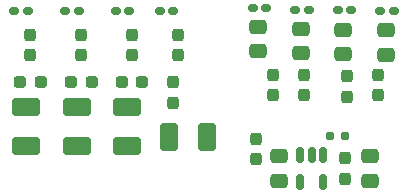
<source format=gbr>
%TF.GenerationSoftware,KiCad,Pcbnew,8.0.7*%
%TF.CreationDate,2024-12-21T09:58:57-05:00*%
%TF.ProjectId,tac5212_audio_board_single_ended,74616335-3231-4325-9f61-7564696f5f62,rev?*%
%TF.SameCoordinates,Original*%
%TF.FileFunction,Paste,Bot*%
%TF.FilePolarity,Positive*%
%FSLAX46Y46*%
G04 Gerber Fmt 4.6, Leading zero omitted, Abs format (unit mm)*
G04 Created by KiCad (PCBNEW 8.0.7) date 2024-12-21 09:58:57*
%MOMM*%
%LPD*%
G01*
G04 APERTURE LIST*
G04 Aperture macros list*
%AMRoundRect*
0 Rectangle with rounded corners*
0 $1 Rounding radius*
0 $2 $3 $4 $5 $6 $7 $8 $9 X,Y pos of 4 corners*
0 Add a 4 corners polygon primitive as box body*
4,1,4,$2,$3,$4,$5,$6,$7,$8,$9,$2,$3,0*
0 Add four circle primitives for the rounded corners*
1,1,$1+$1,$2,$3*
1,1,$1+$1,$4,$5*
1,1,$1+$1,$6,$7*
1,1,$1+$1,$8,$9*
0 Add four rect primitives between the rounded corners*
20,1,$1+$1,$2,$3,$4,$5,0*
20,1,$1+$1,$4,$5,$6,$7,0*
20,1,$1+$1,$6,$7,$8,$9,0*
20,1,$1+$1,$8,$9,$2,$3,0*%
G04 Aperture macros list end*
%ADD10RoundRect,0.250000X0.475000X-0.337500X0.475000X0.337500X-0.475000X0.337500X-0.475000X-0.337500X0*%
%ADD11RoundRect,0.237500X-0.237500X0.300000X-0.237500X-0.300000X0.237500X-0.300000X0.237500X0.300000X0*%
%ADD12RoundRect,0.160000X0.222500X0.160000X-0.222500X0.160000X-0.222500X-0.160000X0.222500X-0.160000X0*%
%ADD13RoundRect,0.237500X-0.287500X-0.237500X0.287500X-0.237500X0.287500X0.237500X-0.287500X0.237500X0*%
%ADD14RoundRect,0.237500X0.237500X-0.300000X0.237500X0.300000X-0.237500X0.300000X-0.237500X-0.300000X0*%
%ADD15RoundRect,0.250001X0.924999X-0.499999X0.924999X0.499999X-0.924999X0.499999X-0.924999X-0.499999X0*%
%ADD16RoundRect,0.250001X-0.499999X-0.924999X0.499999X-0.924999X0.499999X0.924999X-0.499999X0.924999X0*%
%ADD17RoundRect,0.237500X0.287500X0.237500X-0.287500X0.237500X-0.287500X-0.237500X0.287500X-0.237500X0*%
%ADD18RoundRect,0.160000X-0.222500X-0.160000X0.222500X-0.160000X0.222500X0.160000X-0.222500X0.160000X0*%
%ADD19RoundRect,0.250000X-0.475000X0.337500X-0.475000X-0.337500X0.475000X-0.337500X0.475000X0.337500X0*%
%ADD20RoundRect,0.150000X-0.150000X0.512500X-0.150000X-0.512500X0.150000X-0.512500X0.150000X0.512500X0*%
%ADD21RoundRect,0.160000X-0.197500X-0.160000X0.197500X-0.160000X0.197500X0.160000X-0.197500X0.160000X0*%
%ADD22RoundRect,0.237500X-0.237500X0.287500X-0.237500X-0.287500X0.237500X-0.287500X0.237500X0.287500X0*%
G04 APERTURE END LIST*
D10*
%TO.C,T\u002AC108*%
X122134314Y-119475000D03*
X122134314Y-117400000D03*
%TD*%
D11*
%TO.C,C127*%
X113900000Y-110537500D03*
X113900000Y-112262500D03*
%TD*%
D12*
%TO.C,D111*%
X104327500Y-105100000D03*
X105472500Y-105100000D03*
%TD*%
D13*
%TO.C,R108*%
X96825000Y-111100000D03*
X98575000Y-111100000D03*
%TD*%
D14*
%TO.C,T\u002AC109*%
X120034314Y-119300000D03*
X120034314Y-117575000D03*
%TD*%
D11*
%TO.C,C124*%
X122800000Y-110537500D03*
X122800000Y-112262500D03*
%TD*%
%TO.C,C125*%
X120200000Y-110637500D03*
X120200000Y-112362500D03*
%TD*%
D15*
%TO.C,C114*%
X93000000Y-116525000D03*
X93000000Y-113275000D03*
%TD*%
D10*
%TO.C,T\u002AC110*%
X114434314Y-119475000D03*
X114434314Y-117400000D03*
%TD*%
D16*
%TO.C,C122*%
X105100001Y-115800000D03*
X108350001Y-115800000D03*
%TD*%
D17*
%TO.C,R109*%
X94275000Y-111100000D03*
X92525000Y-111100000D03*
%TD*%
D18*
%TO.C,D113*%
X120572500Y-105035000D03*
X119427500Y-105035000D03*
%TD*%
D19*
%TO.C,FB110*%
X116300000Y-106625000D03*
X116300000Y-108700000D03*
%TD*%
%TO.C,FB111*%
X112700000Y-106462500D03*
X112700000Y-108537500D03*
%TD*%
D13*
%TO.C,R111*%
X101125000Y-111100000D03*
X102875000Y-111100000D03*
%TD*%
D18*
%TO.C,D112*%
X124172500Y-105082500D03*
X123027500Y-105082500D03*
%TD*%
D14*
%TO.C,C123*%
X105900000Y-108862500D03*
X105900000Y-107137500D03*
%TD*%
D20*
%TO.C,U109*%
X116261814Y-117277500D03*
X117211814Y-117277500D03*
X118161814Y-117277500D03*
X118161814Y-119552500D03*
X116261814Y-119552500D03*
%TD*%
D12*
%TO.C,D108*%
X96327500Y-105100000D03*
X97472500Y-105100000D03*
%TD*%
D14*
%TO.C,C113*%
X97700000Y-108862500D03*
X97700000Y-107137500D03*
%TD*%
D11*
%TO.C,C126*%
X116600000Y-110537500D03*
X116600000Y-112262500D03*
%TD*%
D12*
%TO.C,D110*%
X100627500Y-105100000D03*
X101772500Y-105100000D03*
%TD*%
D15*
%TO.C,C110*%
X97300000Y-116525000D03*
X97300000Y-113275000D03*
%TD*%
D12*
%TO.C,D109*%
X92027500Y-105100000D03*
X93172500Y-105100000D03*
%TD*%
D21*
%TO.C,R127*%
X118802500Y-115700000D03*
X119997500Y-115700000D03*
%TD*%
D14*
%TO.C,C121*%
X102000000Y-108862500D03*
X102000000Y-107137500D03*
%TD*%
D15*
%TO.C,C120*%
X101600000Y-116525000D03*
X101600000Y-113275000D03*
%TD*%
D18*
%TO.C,D114*%
X116972500Y-105035000D03*
X115827500Y-105035000D03*
%TD*%
D22*
%TO.C,R116*%
X105500000Y-111125000D03*
X105500000Y-112875000D03*
%TD*%
D19*
%TO.C,FB109*%
X119900000Y-106697500D03*
X119900000Y-108772500D03*
%TD*%
%TO.C,FB108*%
X123500000Y-106735000D03*
X123500000Y-108810000D03*
%TD*%
D18*
%TO.C,D115*%
X113372500Y-104900000D03*
X112227500Y-104900000D03*
%TD*%
D11*
%TO.C,C129*%
X112500000Y-115937499D03*
X112500000Y-117662501D03*
%TD*%
D14*
%TO.C,C117*%
X93400000Y-108862500D03*
X93400000Y-107137500D03*
%TD*%
M02*

</source>
